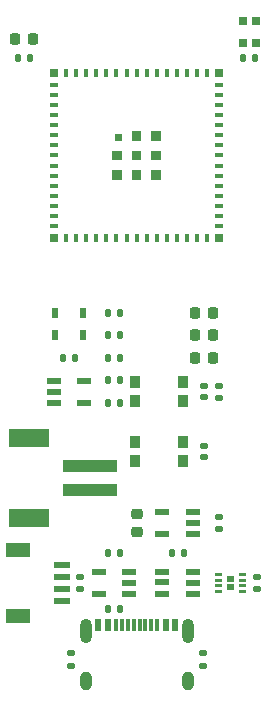
<source format=gtp>
%TF.GenerationSoftware,KiCad,Pcbnew,7.0.6*%
%TF.CreationDate,2023-12-06T13:06:40-07:00*%
%TF.ProjectId,SparkFun_Thing_Plus_ESP32-S3,53706172-6b46-4756-9e5f-5468696e675f,rev?*%
%TF.SameCoordinates,Original*%
%TF.FileFunction,Paste,Top*%
%TF.FilePolarity,Positive*%
%FSLAX46Y46*%
G04 Gerber Fmt 4.6, Leading zero omitted, Abs format (unit mm)*
G04 Created by KiCad (PCBNEW 7.0.6) date 2023-12-06 13:06:40*
%MOMM*%
%LPD*%
G01*
G04 APERTURE LIST*
G04 Aperture macros list*
%AMRoundRect*
0 Rectangle with rounded corners*
0 $1 Rounding radius*
0 $2 $3 $4 $5 $6 $7 $8 $9 X,Y pos of 4 corners*
0 Add a 4 corners polygon primitive as box body*
4,1,4,$2,$3,$4,$5,$6,$7,$8,$9,$2,$3,0*
0 Add four circle primitives for the rounded corners*
1,1,$1+$1,$2,$3*
1,1,$1+$1,$4,$5*
1,1,$1+$1,$6,$7*
1,1,$1+$1,$8,$9*
0 Add four rect primitives between the rounded corners*
20,1,$1+$1,$2,$3,$4,$5,0*
20,1,$1+$1,$4,$5,$6,$7,0*
20,1,$1+$1,$6,$7,$8,$9,0*
20,1,$1+$1,$8,$9,$2,$3,0*%
G04 Aperture macros list end*
%ADD10R,0.700000X0.700000*%
%ADD11RoundRect,0.135000X-0.135000X-0.185000X0.135000X-0.185000X0.135000X0.185000X-0.135000X0.185000X0*%
%ADD12RoundRect,0.218750X0.218750X0.256250X-0.218750X0.256250X-0.218750X-0.256250X0.218750X-0.256250X0*%
%ADD13RoundRect,0.140000X0.140000X0.170000X-0.140000X0.170000X-0.140000X-0.170000X0.140000X-0.170000X0*%
%ADD14RoundRect,0.135000X0.185000X-0.135000X0.185000X0.135000X-0.185000X0.135000X-0.185000X-0.135000X0*%
%ADD15R,0.300000X1.000000*%
%ADD16R,0.600000X1.000000*%
%ADD17O,1.000000X1.600000*%
%ADD18O,1.000000X2.100000*%
%ADD19RoundRect,0.135000X0.135000X0.185000X-0.135000X0.185000X-0.135000X-0.185000X0.135000X-0.185000X0*%
%ADD20RoundRect,0.225000X0.250000X-0.225000X0.250000X0.225000X-0.250000X0.225000X-0.250000X-0.225000X0*%
%ADD21RoundRect,0.140000X-0.170000X0.140000X-0.170000X-0.140000X0.170000X-0.140000X0.170000X0.140000X0*%
%ADD22R,0.630000X0.830000*%
%ADD23RoundRect,0.135000X-0.185000X0.135000X-0.185000X-0.135000X0.185000X-0.135000X0.185000X0.135000X0*%
%ADD24R,0.900000X1.000000*%
%ADD25R,1.200000X0.550000*%
%ADD26R,1.350000X0.600000*%
%ADD27R,2.000000X1.200000*%
%ADD28RoundRect,0.140000X-0.140000X-0.170000X0.140000X-0.170000X0.140000X0.170000X-0.140000X0.170000X0*%
%ADD29R,0.800000X0.400000*%
%ADD30R,0.400000X0.800000*%
%ADD31R,0.800000X0.800000*%
%ADD32RoundRect,0.225000X-0.225000X-0.250000X0.225000X-0.250000X0.225000X0.250000X-0.225000X0.250000X0*%
%ADD33RoundRect,0.140000X0.170000X-0.140000X0.170000X0.140000X-0.170000X0.140000X-0.170000X-0.140000X0*%
%ADD34R,4.600000X1.000000*%
%ADD35R,3.400000X1.600000*%
G04 APERTURE END LIST*
%TO.C,U4*%
G36*
X18667500Y8650000D02*
G01*
X18030000Y8650000D01*
X18030000Y8900000D01*
X18667500Y8900000D01*
X18667500Y8650000D01*
G37*
G36*
X20705000Y8650000D02*
G01*
X20067500Y8650000D01*
X20067500Y8900000D01*
X20705000Y8900000D01*
X20705000Y8650000D01*
G37*
G36*
X19687500Y8935000D02*
G01*
X19047500Y8935000D01*
X19047500Y9435000D01*
X19687500Y9435000D01*
X19687500Y8935000D01*
G37*
G36*
X18667500Y9150000D02*
G01*
X18030000Y9150000D01*
X18030000Y9400000D01*
X18667500Y9400000D01*
X18667500Y9150000D01*
G37*
G36*
X20705000Y9150000D02*
G01*
X20067500Y9150000D01*
X20067500Y9400000D01*
X20705000Y9400000D01*
X20705000Y9150000D01*
G37*
G36*
X19687500Y9615000D02*
G01*
X19047500Y9615000D01*
X19047500Y10115000D01*
X19687500Y10115000D01*
X19687500Y9615000D01*
G37*
G36*
X18667500Y9650000D02*
G01*
X18030000Y9650000D01*
X18030000Y9900000D01*
X18667500Y9900000D01*
X18667500Y9650000D01*
G37*
G36*
X20705000Y9650000D02*
G01*
X20067500Y9650000D01*
X20067500Y9900000D01*
X20705000Y9900000D01*
X20705000Y9650000D01*
G37*
G36*
X18667500Y10150000D02*
G01*
X18030000Y10150000D01*
X18030000Y10400000D01*
X18667500Y10400000D01*
X18667500Y10150000D01*
G37*
G36*
X20705000Y10150000D02*
G01*
X20067500Y10150000D01*
X20067500Y10400000D01*
X20705000Y10400000D01*
X20705000Y10150000D01*
G37*
%TO.C,U3*%
G36*
X9376875Y46113750D02*
G01*
X10183125Y46113750D01*
X10183125Y45307500D01*
X9376875Y45307500D01*
X9376875Y46113750D01*
G37*
G36*
X9376875Y44463750D02*
G01*
X10183125Y44463750D01*
X10183125Y43657500D01*
X9376875Y43657500D01*
X9376875Y44463750D01*
G37*
G36*
X9573750Y47576250D02*
G01*
X10183125Y47576250D01*
X10183125Y46957500D01*
X9573750Y46957500D01*
X9573750Y47576250D01*
G37*
G36*
X11026875Y47763750D02*
G01*
X11833125Y47763750D01*
X11833125Y46957500D01*
X11026875Y46957500D01*
X11026875Y47763750D01*
G37*
G36*
X11026875Y46113750D02*
G01*
X11833125Y46113750D01*
X11833125Y45307500D01*
X11026875Y45307500D01*
X11026875Y46113750D01*
G37*
G36*
X11026875Y44463750D02*
G01*
X11833125Y44463750D01*
X11833125Y43657500D01*
X11026875Y43657500D01*
X11026875Y44463750D01*
G37*
G36*
X12676875Y46113750D02*
G01*
X13483125Y46113750D01*
X13483125Y45307500D01*
X12676875Y45307500D01*
X12676875Y46113750D01*
G37*
G36*
X12676875Y44463750D02*
G01*
X13483125Y44463750D01*
X13483125Y43657500D01*
X12676875Y43657500D01*
X12676875Y44463750D01*
G37*
G36*
X12686250Y47763750D02*
G01*
X13492500Y47763750D01*
X13492500Y46957500D01*
X12686250Y46957500D01*
X12686250Y47763750D01*
G37*
%TD*%
D10*
%TO.C,D6*%
X21505000Y55282500D03*
X21505000Y57112500D03*
X20405000Y57112500D03*
X20405000Y55282500D03*
%TD*%
D11*
%TO.C,R15*%
X9015000Y12065000D03*
X10035000Y12065000D03*
%TD*%
D12*
%TO.C,D4*%
X17932500Y30480000D03*
X16357500Y30480000D03*
%TD*%
D13*
%TO.C,C8*%
X21435000Y53975000D03*
X20475000Y53975000D03*
%TD*%
D14*
%TO.C,R8*%
X18415000Y25207500D03*
X18415000Y26227500D03*
%TD*%
D15*
%TO.C,J1*%
X10180000Y6006250D03*
X11180000Y6006250D03*
X11680000Y6006250D03*
X12680000Y6006250D03*
X13180000Y6006250D03*
X12180000Y6006250D03*
X10680000Y6006250D03*
X9680000Y6006250D03*
D16*
X8205000Y6006250D03*
X14655000Y6006250D03*
D17*
X7112000Y1251250D03*
D18*
X7112000Y5431250D03*
X15748000Y5431250D03*
D17*
X15748000Y1251250D03*
D16*
X8980000Y6006250D03*
X13880000Y6006250D03*
%TD*%
D19*
%TO.C,R12*%
X10035000Y7302500D03*
X9015000Y7302500D03*
%TD*%
D20*
%TO.C,C9*%
X11430000Y13830000D03*
X11430000Y15380000D03*
%TD*%
D12*
%TO.C,D5*%
X17932500Y28575000D03*
X16357500Y28575000D03*
%TD*%
D11*
%TO.C,R13*%
X5205000Y28575000D03*
X6225000Y28575000D03*
%TD*%
D21*
%TO.C,C2*%
X21590000Y10005000D03*
X21590000Y9045000D03*
%TD*%
D12*
%TO.C,D1*%
X17932500Y32385000D03*
X16357500Y32385000D03*
%TD*%
D22*
%TO.C,D2*%
X4565000Y32385000D03*
X6865000Y32385000D03*
%TD*%
D11*
%TO.C,R9*%
X9015000Y28575000D03*
X10035000Y28575000D03*
%TD*%
%TO.C,R16*%
X14412500Y12065000D03*
X15432500Y12065000D03*
%TD*%
D23*
%TO.C,R11*%
X5842000Y3558000D03*
X5842000Y2538000D03*
%TD*%
D24*
%TO.C,SW2*%
X11285000Y26517500D03*
X15385000Y26517500D03*
X11285000Y24917500D03*
X15385000Y24917500D03*
%TD*%
D25*
%TO.C,U2*%
X16222600Y8575000D03*
X16222600Y9525000D03*
X16222600Y10475000D03*
X13622400Y10475000D03*
X13622400Y9575000D03*
X13622400Y8575000D03*
%TD*%
%TO.C,U5*%
X16222600Y13655000D03*
X16222600Y14605000D03*
X16222600Y15555000D03*
X13622400Y15555000D03*
X13622400Y13655000D03*
%TD*%
D22*
%TO.C,D3*%
X4565000Y30480000D03*
X6865000Y30480000D03*
%TD*%
D13*
%TO.C,C7*%
X2385000Y53975000D03*
X1425000Y53975000D03*
%TD*%
D21*
%TO.C,C12*%
X18415000Y15085000D03*
X18415000Y14125000D03*
%TD*%
D19*
%TO.C,R14*%
X10035000Y30480000D03*
X9015000Y30480000D03*
%TD*%
D21*
%TO.C,C6*%
X17145000Y26197500D03*
X17145000Y25237500D03*
%TD*%
D24*
%TO.C,SW1*%
X11285000Y21437500D03*
X15385000Y21437500D03*
X11285000Y19837500D03*
X15385000Y19837500D03*
%TD*%
D26*
%TO.C,J4*%
X5080000Y11025000D03*
X5080000Y10025000D03*
X5080000Y9025000D03*
X5080000Y8025000D03*
D27*
X1405000Y6725000D03*
X1405000Y12325000D03*
%TD*%
D25*
%TO.C,U6*%
X4414900Y26667500D03*
X4414900Y25717500D03*
X4414900Y24767500D03*
X7015100Y24767500D03*
X7015100Y26667500D03*
%TD*%
D14*
%TO.C,R10*%
X17018000Y2538000D03*
X17018000Y3558000D03*
%TD*%
D28*
%TO.C,C10*%
X9045000Y24765000D03*
X10005000Y24765000D03*
%TD*%
D29*
%TO.C,U3*%
X4430000Y51670000D03*
X4430000Y50820000D03*
X4430000Y49970000D03*
X4430000Y49120000D03*
X4430000Y48270000D03*
X4430000Y47420000D03*
X4430000Y46570000D03*
X4430000Y45720000D03*
X4430000Y44870000D03*
X4430000Y44020000D03*
X4430000Y43170000D03*
X4430000Y42320000D03*
X4430000Y41470000D03*
X4430000Y40620000D03*
X4430000Y39770000D03*
D30*
X5480000Y38720000D03*
X6330000Y38720000D03*
X7180000Y38720000D03*
X8030000Y38720000D03*
X8880000Y38720000D03*
X9730000Y38720000D03*
X10580000Y38720000D03*
X11430000Y38720000D03*
X12280000Y38720000D03*
X13130000Y38720000D03*
X13980000Y38720000D03*
X14830000Y38720000D03*
X15680000Y38720000D03*
X16530000Y38720000D03*
X17380000Y38720000D03*
D29*
X18430000Y39770000D03*
X18430000Y40620000D03*
X18430000Y41470000D03*
X18430000Y42320000D03*
X18430000Y43170000D03*
X18430000Y44020000D03*
X18430000Y44870000D03*
X18430000Y45720000D03*
X18430000Y46570000D03*
X18430000Y47420000D03*
X18430000Y48270000D03*
X18430000Y49120000D03*
X18430000Y49970000D03*
X18430000Y50820000D03*
X18430000Y51670000D03*
D30*
X17380000Y52720000D03*
X16530000Y52720000D03*
X15680000Y52720000D03*
X14830000Y52720000D03*
X13980000Y52720000D03*
X13130000Y52720000D03*
X12280000Y52720000D03*
X11430000Y52720000D03*
X10580000Y52720000D03*
X9730000Y52720000D03*
X8880000Y52720000D03*
X8030000Y52720000D03*
X7180000Y52720000D03*
X6330000Y52720000D03*
X5480000Y52720000D03*
D31*
X4430000Y52720000D03*
X4430000Y38720000D03*
X18430000Y38720000D03*
X18430000Y52720000D03*
%TD*%
D32*
%TO.C,C1*%
X1130000Y55562500D03*
X2680000Y55562500D03*
%TD*%
D25*
%TO.C,U1*%
X10825100Y8575000D03*
X10825100Y9525000D03*
X10825100Y10475000D03*
X8224900Y10475000D03*
X8224900Y8575000D03*
%TD*%
D28*
%TO.C,C13*%
X9045000Y26670000D03*
X10005000Y26670000D03*
%TD*%
D21*
%TO.C,C3*%
X6667500Y10005000D03*
X6667500Y9045000D03*
%TD*%
D33*
%TO.C,C11*%
X17145000Y20157500D03*
X17145000Y21117500D03*
%TD*%
D34*
%TO.C,J3*%
X7510000Y17415000D03*
X7510000Y19415000D03*
D35*
X2310000Y15015000D03*
X2310000Y21815000D03*
%TD*%
D11*
%TO.C,R7*%
X9015000Y32385000D03*
X10035000Y32385000D03*
%TD*%
M02*

</source>
